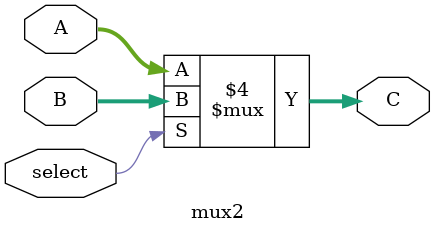
<source format=sv>
module mux2 #(parameter N = 8)
(
	input logic [N - 1:0] A, B,
	output logic [N - 1:0] C,
	input logic select
);

always_comb 
begin
	if(select == 1'b0)
	begin 
		C = A;
	end 
	else
	begin
		C = B;
	end
end
endmodule
</source>
